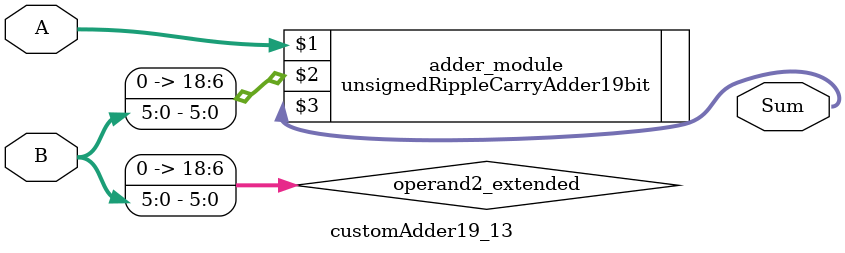
<source format=v>

module customAdder19_13(
                    input [18 : 0] A,
                    input [5 : 0] B,
                    
                    output [19 : 0] Sum
            );

    wire [18 : 0] operand2_extended;
    
    assign operand2_extended =  {13'b0, B};
    
    unsignedRippleCarryAdder19bit adder_module(
        A,
        operand2_extended,
        Sum
    );
    
endmodule
        
</source>
